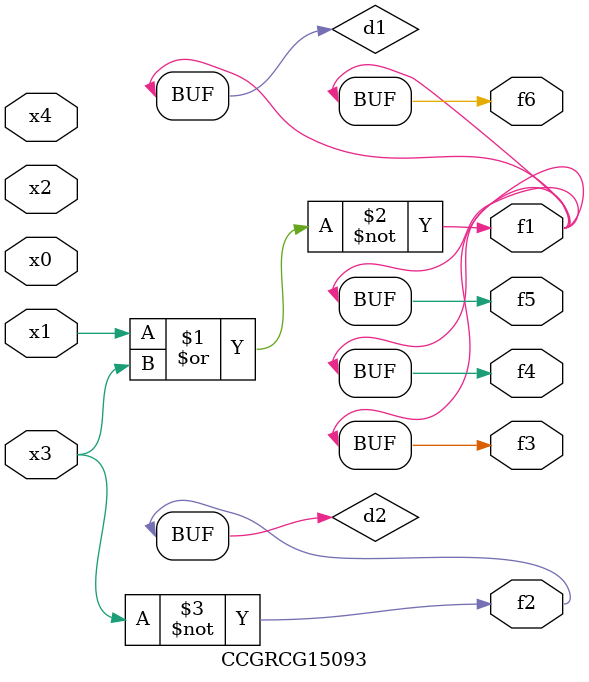
<source format=v>
module CCGRCG15093(
	input x0, x1, x2, x3, x4,
	output f1, f2, f3, f4, f5, f6
);

	wire d1, d2;

	nor (d1, x1, x3);
	not (d2, x3);
	assign f1 = d1;
	assign f2 = d2;
	assign f3 = d1;
	assign f4 = d1;
	assign f5 = d1;
	assign f6 = d1;
endmodule

</source>
